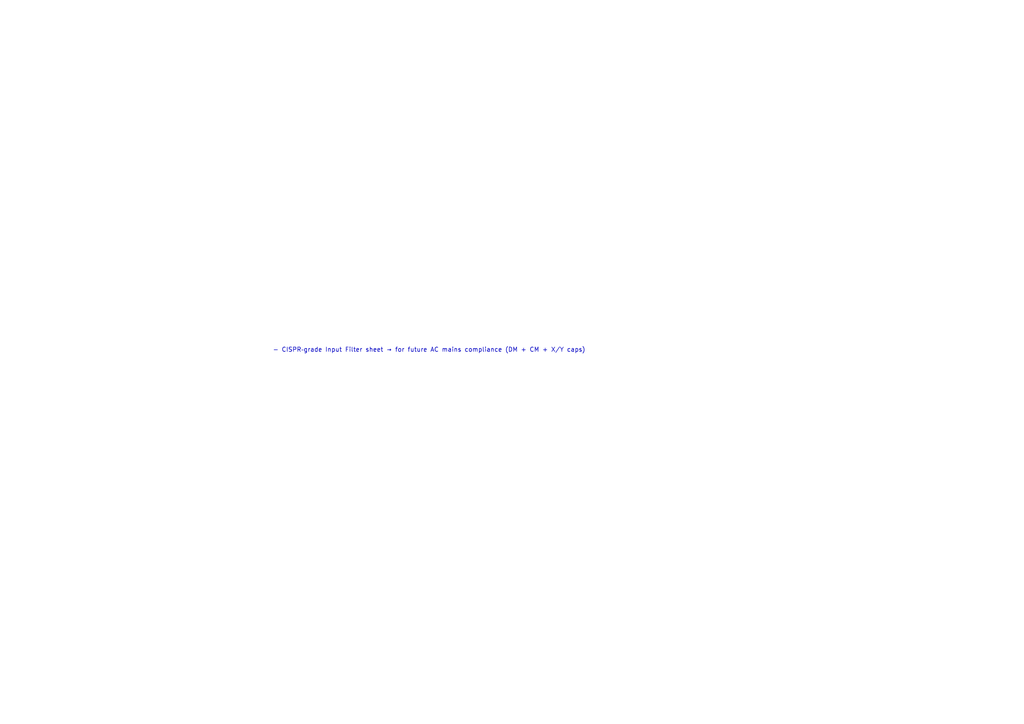
<source format=kicad_sch>
(kicad_sch
	(version 20250114)
	(generator "eeschema")
	(generator_version "9.0")
	(uuid "b1e77767-70b7-4978-84c5-4926e3163f16")
	(paper "A4")
	(lib_symbols)
	(text "- CISPR‑grade Input Filter sheet → for future AC mains compliance (DM + CM + X/Y caps)\n"
		(exclude_from_sim no)
		(at 124.46 101.6 0)
		(effects
			(font
				(size 1.27 1.27)
			)
		)
		(uuid "b80e9740-f63d-4099-9aa3-1581916c0b53")
	)
)

</source>
